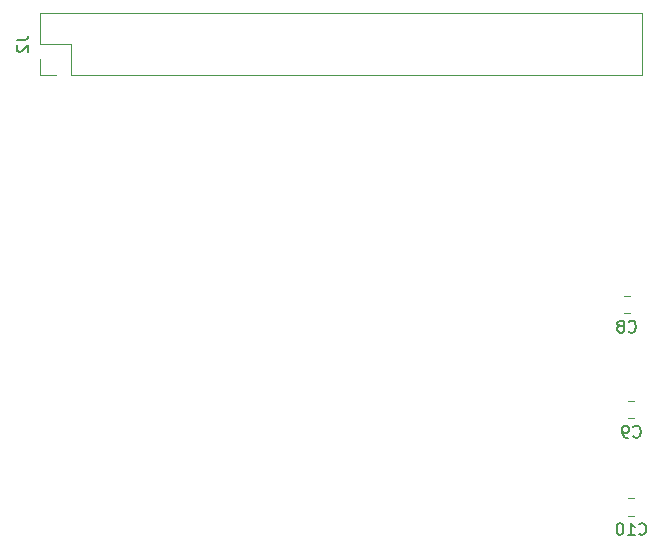
<source format=gbo>
G04 #@! TF.GenerationSoftware,KiCad,Pcbnew,(5.99.0-11324-gb6e8beb38c)*
G04 #@! TF.CreationDate,2021-07-19T22:25:18+09:00*
G04 #@! TF.ProjectId,RPi_IO-Link_Hat,5250695f-494f-42d4-9c69-6e6b5f486174,rev?*
G04 #@! TF.SameCoordinates,Original*
G04 #@! TF.FileFunction,Legend,Bot*
G04 #@! TF.FilePolarity,Positive*
%FSLAX46Y46*%
G04 Gerber Fmt 4.6, Leading zero omitted, Abs format (unit mm)*
G04 Created by KiCad (PCBNEW (5.99.0-11324-gb6e8beb38c)) date 2021-07-19 22:25:18*
%MOMM*%
%LPD*%
G01*
G04 APERTURE LIST*
%ADD10C,0.150000*%
%ADD11C,0.120000*%
G04 APERTURE END LIST*
D10*
G04 #@! TO.C,C8*
X74694166Y-61317142D02*
X74741785Y-61364761D01*
X74884642Y-61412380D01*
X74979880Y-61412380D01*
X75122738Y-61364761D01*
X75217976Y-61269523D01*
X75265595Y-61174285D01*
X75313214Y-60983809D01*
X75313214Y-60840952D01*
X75265595Y-60650476D01*
X75217976Y-60555238D01*
X75122738Y-60460000D01*
X74979880Y-60412380D01*
X74884642Y-60412380D01*
X74741785Y-60460000D01*
X74694166Y-60507619D01*
X74122738Y-60840952D02*
X74217976Y-60793333D01*
X74265595Y-60745714D01*
X74313214Y-60650476D01*
X74313214Y-60602857D01*
X74265595Y-60507619D01*
X74217976Y-60460000D01*
X74122738Y-60412380D01*
X73932261Y-60412380D01*
X73837023Y-60460000D01*
X73789404Y-60507619D01*
X73741785Y-60602857D01*
X73741785Y-60650476D01*
X73789404Y-60745714D01*
X73837023Y-60793333D01*
X73932261Y-60840952D01*
X74122738Y-60840952D01*
X74217976Y-60888571D01*
X74265595Y-60936190D01*
X74313214Y-61031428D01*
X74313214Y-61221904D01*
X74265595Y-61317142D01*
X74217976Y-61364761D01*
X74122738Y-61412380D01*
X73932261Y-61412380D01*
X73837023Y-61364761D01*
X73789404Y-61317142D01*
X73741785Y-61221904D01*
X73741785Y-61031428D01*
X73789404Y-60936190D01*
X73837023Y-60888571D01*
X73932261Y-60840952D01*
G04 #@! TO.C,C9*
X75096666Y-70207142D02*
X75144285Y-70254761D01*
X75287142Y-70302380D01*
X75382380Y-70302380D01*
X75525238Y-70254761D01*
X75620476Y-70159523D01*
X75668095Y-70064285D01*
X75715714Y-69873809D01*
X75715714Y-69730952D01*
X75668095Y-69540476D01*
X75620476Y-69445238D01*
X75525238Y-69350000D01*
X75382380Y-69302380D01*
X75287142Y-69302380D01*
X75144285Y-69350000D01*
X75096666Y-69397619D01*
X74620476Y-70302380D02*
X74430000Y-70302380D01*
X74334761Y-70254761D01*
X74287142Y-70207142D01*
X74191904Y-70064285D01*
X74144285Y-69873809D01*
X74144285Y-69492857D01*
X74191904Y-69397619D01*
X74239523Y-69350000D01*
X74334761Y-69302380D01*
X74525238Y-69302380D01*
X74620476Y-69350000D01*
X74668095Y-69397619D01*
X74715714Y-69492857D01*
X74715714Y-69730952D01*
X74668095Y-69826190D01*
X74620476Y-69873809D01*
X74525238Y-69921428D01*
X74334761Y-69921428D01*
X74239523Y-69873809D01*
X74191904Y-69826190D01*
X74144285Y-69730952D01*
G04 #@! TO.C,C10*
X75572857Y-78462142D02*
X75620476Y-78509761D01*
X75763333Y-78557380D01*
X75858571Y-78557380D01*
X76001428Y-78509761D01*
X76096666Y-78414523D01*
X76144285Y-78319285D01*
X76191904Y-78128809D01*
X76191904Y-77985952D01*
X76144285Y-77795476D01*
X76096666Y-77700238D01*
X76001428Y-77605000D01*
X75858571Y-77557380D01*
X75763333Y-77557380D01*
X75620476Y-77605000D01*
X75572857Y-77652619D01*
X74620476Y-78557380D02*
X75191904Y-78557380D01*
X74906190Y-78557380D02*
X74906190Y-77557380D01*
X75001428Y-77700238D01*
X75096666Y-77795476D01*
X75191904Y-77843095D01*
X74001428Y-77557380D02*
X73906190Y-77557380D01*
X73810952Y-77605000D01*
X73763333Y-77652619D01*
X73715714Y-77747857D01*
X73668095Y-77938333D01*
X73668095Y-78176428D01*
X73715714Y-78366904D01*
X73763333Y-78462142D01*
X73810952Y-78509761D01*
X73906190Y-78557380D01*
X74001428Y-78557380D01*
X74096666Y-78509761D01*
X74144285Y-78462142D01*
X74191904Y-78366904D01*
X74239523Y-78176428D01*
X74239523Y-77938333D01*
X74191904Y-77747857D01*
X74144285Y-77652619D01*
X74096666Y-77605000D01*
X74001428Y-77557380D01*
G04 #@! TO.C,J2*
X22882380Y-36646666D02*
X23596666Y-36646666D01*
X23739523Y-36599047D01*
X23834761Y-36503809D01*
X23882380Y-36360952D01*
X23882380Y-36265714D01*
X22977619Y-37075238D02*
X22930000Y-37122857D01*
X22882380Y-37218095D01*
X22882380Y-37456190D01*
X22930000Y-37551428D01*
X22977619Y-37599047D01*
X23072857Y-37646666D01*
X23168095Y-37646666D01*
X23310952Y-37599047D01*
X23882380Y-37027619D01*
X23882380Y-37646666D01*
D11*
G04 #@! TO.C,C8*
X74788752Y-58320000D02*
X74266248Y-58320000D01*
X74788752Y-59790000D02*
X74266248Y-59790000D01*
G04 #@! TO.C,C9*
X75191252Y-67210000D02*
X74668748Y-67210000D01*
X75191252Y-68680000D02*
X74668748Y-68680000D01*
G04 #@! TO.C,C10*
X75191252Y-75465000D02*
X74668748Y-75465000D01*
X75191252Y-76935000D02*
X74668748Y-76935000D01*
G04 #@! TO.C,J2*
X24870000Y-39580000D02*
X26200000Y-39580000D01*
X24870000Y-34380000D02*
X24870000Y-36980000D01*
X24870000Y-36980000D02*
X27470000Y-36980000D01*
X24870000Y-34380000D02*
X75790000Y-34380000D01*
X75790000Y-34380000D02*
X75790000Y-39580000D01*
X27470000Y-36980000D02*
X27470000Y-39580000D01*
X27470000Y-39580000D02*
X75790000Y-39580000D01*
X24870000Y-38250000D02*
X24870000Y-39580000D01*
G04 #@! TD*
M02*

</source>
